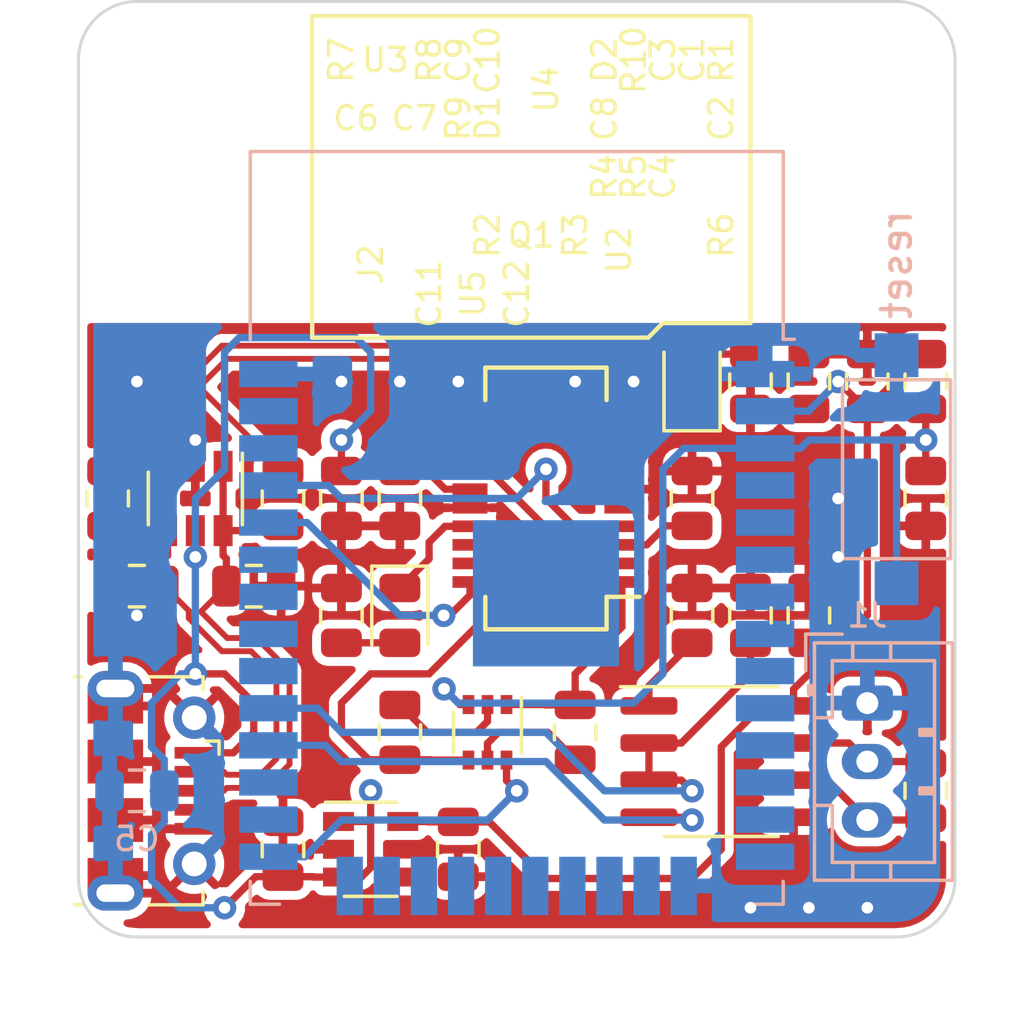
<source format=kicad_pcb>
(kicad_pcb (version 20190516) (host pcbnew "(5.1.0-1195-g1548dcfe8)")
  (layers (0 "F.Cu" signal) (31 "B.Cu" signal) (34 "B.Paste" user) (35 "F.Paste" user) (36 "B.SilkS" user) (37 "F.SilkS" user) (38 "B.Mask" user) (39 "F.Mask" user) (44 "Edge.Cuts" user))
  (net 0 "")
  (net 1 "GND")
  (net 2 "+3V3")
  (net 3 "/~RESET~")
  (net 4 "VBUS")
  (net 5 "/485+")
  (net 6 "/485-")
  (net 7 "/MODE")
  (net 8 "Net-(Q1-Pad2)")
  (net 9 "Net-(Q1-Pad5)")
  (net 10 "/DE")
  (net 11 "Net-(U1-Pad37)")
  (net 12 "Net-(U1-Pad36)")
  (net 13 "/U0TXD0")
  (net 14 "/U0RXD0")
  (net 15 "Net-(U1-Pad33)")
  (net 16 "Net-(U1-Pad32)")
  (net 17 "Net-(U1-Pad31)")
  (net 18 "Net-(U1-Pad30)")
  (net 19 "/U2TXD")
  (net 20 "Net-(U1-Pad27)")
  (net 21 "Net-(U1-Pad26)")
  (net 22 "Net-(U1-Pad24)")
  (net 23 "Net-(U1-Pad23)")
  (net 24 "Net-(U1-Pad22)")
  (net 25 "Net-(U1-Pad21)")
  (net 26 "Net-(U1-Pad20)")
  (net 27 "Net-(U1-Pad19)")
  (net 28 "Net-(U1-Pad18)")
  (net 29 "Net-(U1-Pad17)")
  (net 30 "Net-(U1-Pad16)")
  (net 31 "Net-(U1-Pad14)")
  (net 32 "Net-(U1-Pad13)")
  (net 33 "Net-(U1-Pad12)")
  (net 34 "Net-(U1-Pad11)")
  (net 35 "Net-(U1-Pad10)")
  (net 36 "Net-(U1-Pad9)")
  (net 37 "Net-(U1-Pad8)")
  (net 38 "Net-(U1-Pad7)")
  (net 39 "Net-(U1-Pad6)")
  (net 40 "Net-(U1-Pad5)")
  (net 41 "Net-(U1-Pad4)")
  (net 42 "/~RTS~")
  (net 43 "/~DTR~")
  (net 44 "Net-(D1-Pad2)")
  (net 45 "Net-(D2-Pad2)")
  (net 46 "/~SLEEP~")
  (net 47 "/~TXDEN~")
  (net 48 "/FT231XS/~RXLED~")
  (net 49 "Net-(C8-Pad1)")
  (net 50 "/FT231XS/~TXLED~")
  (net 51 "/~CTS~")
  (net 52 "/~DCD~")
  (net 53 "/~DSR~")
  (net 54 "/~RI~")
  (net 55 "/FT231XS/D-")
  (net 56 "/FT231XS/D+")
  (net 57 "Net-(J2-Pad4)")
  (net 58 "Net-(R4-Pad1)")
  (net 59 "/FT231XS/USBD_N")
  (net 60 "/FT231XS/USBD_P")
  (net 61 "Net-(U5-Pad4)")
  (module "Package_TO_SOT_SMD:SOT-23-5" (layer "F.Cu") (at 122 135)
    (fp_text reference "U5" (at 3.5 -19 90) (layer "F.SilkS") (effects (font (size 0.8 0.8) (thickness 0.12))))
    (fp_text value "AP2112K-3.3")
    (pad "5" smd rect (at 1.1 -0.95) (size 1.06 0.65) (layers "F.Cu" "F.Paste" "F.Mask") (net 2 "+3V3"))
    (pad "4" smd rect (at 1.1 0.95) (size 1.06 0.65) (layers "F.Cu" "F.Paste" "F.Mask") (net 61 "Net-(U5-Pad4)"))
    (pad "3" smd rect (at -1.1 0.95) (size 1.06 0.65) (layers "F.Cu" "F.Paste" "F.Mask") (net 4 "VBUS"))
    (pad "2" smd rect (at -1.1 0) (size 1.06 0.65) (layers "F.Cu" "F.Paste" "F.Mask") (net 1 "GND"))
    (pad "1" smd rect (at -1.1 -0.95) (size 1.06 0.65) (layers "F.Cu" "F.Paste" "F.Mask") (net 4 "VBUS"))
  )
  (module "Capacitor_SMD:C_0805_2012Metric" (layer "F.Cu") (at 125 135 90)
    (fp_text reference "C12" (at 19 2 90) (layer "F.SilkS") (effects (font (size 0.8 0.8) (thickness 0.12))))
    (fp_text value "1u")
    (pad "2" smd roundrect (at 0.9375 0 90) (size 0.975 1.4) (layers "F.Cu" "F.Paste" "F.Mask") (net 2 "+3V3"))
    (pad "1" smd roundrect (at -0.9375 0 90) (size 0.975 1.4) (layers "F.Cu" "F.Paste" "F.Mask") (net 1 "GND"))
  )
  (module "Capacitor_SMD:C_0805_2012Metric" (layer "F.Cu") (at 119 135 270)
    (fp_text reference "C11" (at -19 -5 90) (layer "F.SilkS") (effects (font (size 0.8 0.8) (thickness 0.12))))
    (fp_text value "1u")
    (pad "2" smd roundrect (at 0.9375 0 270) (size 0.975 1.4) (layers "F.Cu" "F.Paste" "F.Mask") (net 4 "VBUS"))
    (pad "1" smd roundrect (at -0.9375 0 270) (size 0.975 1.4) (layers "F.Cu" "F.Paste" "F.Mask") (net 1 "GND"))
  )
  (module "MountingHole:MountingHole_3.2mm_M3" (layer "F.Cu") (at 138 110)
    (fp_text reference "H2" hide)
    (fp_text value "MountingHole")
    (pad "1" np_thru_hole circle (at 0 0) (size 3.2 3.2) (drill 3.2) (layers *.Cu *.Mask))
  )
  (module "MountingHole:MountingHole_3.2mm_M3" (layer "F.Cu") (at 116 110)
    (fp_text reference "H1" hide)
    (fp_text value "MountingHole")
    (pad "1" np_thru_hole circle (at 0 0) (size 3.2 3.2) (drill 3.2) (layers *.Cu *.Mask))
  )
  (module "Connector_JST:JST_PH_B3B-PH-K_1x03_P2.00mm_Vertical" (layer "B.Cu") (at 139 130 270)
    (fp_text reference "J1" (at -3 0) (layer "B.SilkS") (effects (font (size 0.8 0.8) (thickness 0.12)) (justify mirror)))
    (fp_text value "XLR3")
    (pad "3" thru_hole oval (at 4 0 270) (size 1.2 1.75) (drill 0.75) (layers *.Cu *.Mask) (net 5 "/485+"))
    (pad "2" thru_hole oval (at 2 0 270) (size 1.2 1.75) (drill 0.75) (layers *.Cu *.Mask) (net 6 "/485-"))
    (pad "1" thru_hole roundrect (at 0 0 270) (size 1.2 1.75) (drill 0.75) (layers *.Cu *.Mask) (roundrect_rratio 0.208333) (net 1 "GND"))
  )
  (module "Connector_USB:USB_Micro-B_Molex-105017-0001" (layer "F.Cu") (at 114.5 133 270)
    (fp_text reference "J2" (at -18 -7.5 90) (layer "F.SilkS") (effects (font (size 0.8 0.8) (thickness 0.12))))
    (fp_text value "USB_B_Micro")
    (pad "6" smd rect (at -2.9 1.2375 270) (size 1.2 1.9) (layers "F.Cu" "F.Mask") (net 1 "GND"))
    (pad "6" smd rect (at 2.9 1.2375 270) (size 1.2 1.9) (layers "F.Cu" "F.Mask") (net 1 "GND"))
    (pad "6" thru_hole oval (at 3.5 1.2375 270) (size 1.2 1.9) (drill oval 0.6 1.3) (layers *.Cu *.Mask) (net 1 "GND"))
    (pad "6" thru_hole oval (at -3.5 1.2375 90) (size 1.2 1.9) (drill oval 0.6 1.3) (layers *.Cu *.Mask) (net 1 "GND"))
    (pad "6" smd rect (at -1 1.2375 270) (size 1.5 1.9) (layers "F.Cu" "F.Paste" "F.Mask") (net 1 "GND"))
    (pad "6" thru_hole circle (at 2.5 -1.4625 270) (size 1.45 1.45) (drill 0.85) (layers *.Cu *.Mask) (net 1 "GND"))
    (pad "3" smd rect (at 0 -1.4625 270) (size 0.4 1.35) (layers "F.Cu" "F.Paste" "F.Mask") (net 56 "/FT231XS/D+"))
    (pad "4" smd rect (at 0.65 -1.4625 270) (size 0.4 1.35) (layers "F.Cu" "F.Paste" "F.Mask") (net 57 "Net-(J2-Pad4)"))
    (pad "5" smd rect (at 1.3 -1.4625 270) (size 0.4 1.35) (layers "F.Cu" "F.Paste" "F.Mask") (net 1 "GND"))
    (pad "1" smd rect (at -1.3 -1.4625 270) (size 0.4 1.35) (layers "F.Cu" "F.Paste" "F.Mask") (net 4 "VBUS"))
    (pad "2" smd rect (at -0.65 -1.4625 270) (size 0.4 1.35) (layers "F.Cu" "F.Paste" "F.Mask") (net 55 "/FT231XS/D-"))
    (pad "6" thru_hole circle (at -2.5 -1.4625 270) (size 1.45 1.45) (drill 0.85) (layers *.Cu *.Mask) (net 1 "GND"))
    (pad "6" smd rect (at 1 1.2375 270) (size 1.5 1.9) (layers "F.Cu" "F.Paste" "F.Mask") (net 1 "GND"))
  )
  (module "Package_SO:SSOP-20_3.9x8.7mm_P0.635mm" (layer "F.Cu") (at 128 123 180)
    (fp_text reference "U4" (at 0 14 90) (layer "F.SilkS") (effects (font (size 0.8 0.8) (thickness 0.12))))
    (fp_text value "FT231XS")
    (pad "20" smd rect (at 2.6 -2.8575 180) (size 1.2 0.4) (layers "F.Cu" "F.Paste" "F.Mask") (net 14 "/U0RXD0"))
    (pad "19" smd rect (at 2.6 -2.2225 180) (size 1.2 0.4) (layers "F.Cu" "F.Paste" "F.Mask") (net 46 "/~SLEEP~"))
    (pad "18" smd rect (at 2.6 -1.5875 180) (size 1.2 0.4) (layers "F.Cu" "F.Paste" "F.Mask") (net 47 "/~TXDEN~"))
    (pad "17" smd rect (at 2.6 -0.9525 180) (size 1.2 0.4) (layers "F.Cu" "F.Paste" "F.Mask") (net 48 "/FT231XS/~RXLED~"))
    (pad "16" smd rect (at 2.6 -0.3175 180) (size 1.2 0.4) (layers "F.Cu" "F.Paste" "F.Mask") (net 1 "GND"))
    (pad "15" smd rect (at 2.6 0.3175 180) (size 1.2 0.4) (layers "F.Cu" "F.Paste" "F.Mask") (net 4 "VBUS"))
    (pad "14" smd rect (at 2.6 0.9525 180) (size 1.2 0.4) (layers "F.Cu" "F.Paste" "F.Mask") (net 49 "Net-(C8-Pad1)"))
    (pad "13" smd rect (at 2.6 1.5875 180) (size 1.2 0.4) (layers "F.Cu" "F.Paste" "F.Mask") (net 49 "Net-(C8-Pad1)"))
    (pad "12" smd rect (at 2.6 2.2225 180) (size 1.2 0.4) (layers "F.Cu" "F.Paste" "F.Mask") (net 59 "/FT231XS/USBD_N"))
    (pad "11" smd rect (at 2.6 2.8575 180) (size 1.2 0.4) (layers "F.Cu" "F.Paste" "F.Mask") (net 60 "/FT231XS/USBD_P"))
    (pad "10" smd rect (at -2.6 2.8575 180) (size 1.2 0.4) (layers "F.Cu" "F.Paste" "F.Mask") (net 50 "/FT231XS/~TXLED~"))
    (pad "9" smd rect (at -2.6 2.2225 180) (size 1.2 0.4) (layers "F.Cu" "F.Paste" "F.Mask") (net 51 "/~CTS~"))
    (pad "8" smd rect (at -2.6 1.5875 180) (size 1.2 0.4) (layers "F.Cu" "F.Paste" "F.Mask") (net 52 "/~DCD~"))
    (pad "7" smd rect (at -2.6 0.9525 180) (size 1.2 0.4) (layers "F.Cu" "F.Paste" "F.Mask") (net 53 "/~DSR~"))
    (pad "6" smd rect (at -2.6 0.3175 180) (size 1.2 0.4) (layers "F.Cu" "F.Paste" "F.Mask") (net 1 "GND"))
    (pad "5" smd rect (at -2.6 -0.3175 180) (size 1.2 0.4) (layers "F.Cu" "F.Paste" "F.Mask") (net 54 "/~RI~"))
    (pad "4" smd rect (at -2.6 -0.9525 180) (size 1.2 0.4) (layers "F.Cu" "F.Paste" "F.Mask") (net 13 "/U0TXD0"))
    (pad "3" smd rect (at -2.6 -1.5875 180) (size 1.2 0.4) (layers "F.Cu" "F.Paste" "F.Mask") (net 49 "Net-(C8-Pad1)"))
    (pad "2" smd rect (at -2.6 -2.2225 180) (size 1.2 0.4) (layers "F.Cu" "F.Paste" "F.Mask") (net 42 "/~RTS~"))
    (pad "1" smd rect (at -2.6 -2.8575 180) (size 1.2 0.4) (layers "F.Cu" "F.Paste" "F.Mask") (net 43 "/~DTR~"))
  )
  (module "Package_TO_SOT_SMD:SOT-23-6" (layer "F.Cu") (at 116 123 270)
    (fp_text reference "U3" (at -15 -6.5) (layer "F.SilkS") (effects (font (size 0.8 0.8) (thickness 0.12))))
    (fp_text value "USBLC6-2SC6")
    (pad "5" smd rect (at 1.1 0 270) (size 1.06 0.65) (layers "F.Cu" "F.Paste" "F.Mask") (net 4 "VBUS"))
    (pad "6" smd rect (at 1.1 -0.95 270) (size 1.06 0.65) (layers "F.Cu" "F.Paste" "F.Mask") (net 56 "/FT231XS/D+"))
    (pad "4" smd rect (at 1.1 0.95 270) (size 1.06 0.65) (layers "F.Cu" "F.Paste" "F.Mask") (net 55 "/FT231XS/D-"))
    (pad "3" smd rect (at -1.1 0.95 270) (size 1.06 0.65) (layers "F.Cu" "F.Paste" "F.Mask") (net 55 "/FT231XS/D-"))
    (pad "2" smd rect (at -1.1 0 270) (size 1.06 0.65) (layers "F.Cu" "F.Paste" "F.Mask") (net 1 "GND"))
    (pad "1" smd rect (at -1.1 -0.95 270) (size 1.06 0.65) (layers "F.Cu" "F.Paste" "F.Mask") (net 56 "/FT231XS/D+"))
  )
  (module "Package_SO:SOIC-8_3.9x4.9mm_P1.27mm" (layer "F.Cu") (at 134 132)
    (fp_text reference "U2" (at -3.5 -17.5 90) (layer "F.SilkS") (effects (font (size 0.8 0.8) (thickness 0.12))))
    (fp_text value "MAX3072E")
    (pad "8" smd roundrect (at 2.475 -1.905) (size 1.95 0.6) (layers "F.Cu" "F.Paste" "F.Mask") (net 2 "+3V3"))
    (pad "7" smd roundrect (at 2.475 -0.635) (size 1.95 0.6) (layers "F.Cu" "F.Paste" "F.Mask") (net 6 "/485-"))
    (pad "6" smd roundrect (at 2.475 0.635) (size 1.95 0.6) (layers "F.Cu" "F.Paste" "F.Mask") (net 5 "/485+"))
    (pad "5" smd roundrect (at 2.475 1.905) (size 1.95 0.6) (layers "F.Cu" "F.Paste" "F.Mask") (net 1 "GND"))
    (pad "4" smd roundrect (at -2.475 1.905) (size 1.95 0.6) (layers "F.Cu" "F.Paste" "F.Mask") (net 19 "/U2TXD"))
    (pad "3" smd roundrect (at -2.475 0.635) (size 1.95 0.6) (layers "F.Cu" "F.Paste" "F.Mask") (net 10 "/DE"))
    (pad "2" smd roundrect (at -2.475 -0.635) (size 1.95 0.6) (layers "F.Cu" "F.Paste" "F.Mask") (net 10 "/DE"))
    (pad "1" smd roundrect (at -2.475 -1.905) (size 1.95 0.6) (layers "F.Cu" "F.Paste" "F.Mask") (net 58 "Net-(R4-Pad1)"))
  )
  (module "RF_Module:ESP32-WROOM-32" (layer "B.Cu") (at 127 127 180)
    (fp_text reference "U1" hide)
    (fp_text value "ESP32-WROOM-32")
    (pad "38" smd rect (at 8.5 8.255 180) (size 2 0.9) (layers "B.Cu" "B.Paste" "B.Mask") (net 1 "GND"))
    (pad "37" smd rect (at 8.5 6.985 180) (size 2 0.9) (layers "B.Cu" "B.Paste" "B.Mask") (net 11 "Net-(U1-Pad37)"))
    (pad "36" smd rect (at 8.5 5.715 180) (size 2 0.9) (layers "B.Cu" "B.Paste" "B.Mask") (net 12 "Net-(U1-Pad36)"))
    (pad "35" smd rect (at 8.5 4.445 180) (size 2 0.9) (layers "B.Cu" "B.Paste" "B.Mask") (net 13 "/U0TXD0"))
    (pad "34" smd rect (at 8.5 3.175 180) (size 2 0.9) (layers "B.Cu" "B.Paste" "B.Mask") (net 14 "/U0RXD0"))
    (pad "33" smd rect (at 8.5 1.905 180) (size 2 0.9) (layers "B.Cu" "B.Paste" "B.Mask") (net 15 "Net-(U1-Pad33)"))
    (pad "32" smd rect (at 8.5 0.635 180) (size 2 0.9) (layers "B.Cu" "B.Paste" "B.Mask") (net 16 "Net-(U1-Pad32)"))
    (pad "31" smd rect (at 8.5 -0.635 180) (size 2 0.9) (layers "B.Cu" "B.Paste" "B.Mask") (net 17 "Net-(U1-Pad31)"))
    (pad "30" smd rect (at 8.5 -1.905 180) (size 2 0.9) (layers "B.Cu" "B.Paste" "B.Mask") (net 18 "Net-(U1-Pad30)"))
    (pad "29" smd rect (at 8.5 -3.175 180) (size 2 0.9) (layers "B.Cu" "B.Paste" "B.Mask") (net 10 "/DE"))
    (pad "28" smd rect (at 8.5 -4.445 180) (size 2 0.9) (layers "B.Cu" "B.Paste" "B.Mask") (net 19 "/U2TXD"))
    (pad "27" smd rect (at 8.5 -5.715 180) (size 2 0.9) (layers "B.Cu" "B.Paste" "B.Mask") (net 20 "Net-(U1-Pad27)"))
    (pad "26" smd rect (at 8.5 -6.985 180) (size 2 0.9) (layers "B.Cu" "B.Paste" "B.Mask") (net 21 "Net-(U1-Pad26)"))
    (pad "25" smd rect (at 8.5 -8.255 180) (size 2 0.9) (layers "B.Cu" "B.Paste" "B.Mask") (net 7 "/MODE"))
    (pad "24" smd rect (at 5.715 -9.255 90) (size 2 0.9) (layers "B.Cu" "B.Paste" "B.Mask") (net 22 "Net-(U1-Pad24)"))
    (pad "23" smd rect (at 4.445 -9.255 90) (size 2 0.9) (layers "B.Cu" "B.Paste" "B.Mask") (net 23 "Net-(U1-Pad23)"))
    (pad "22" smd rect (at 3.175 -9.255 90) (size 2 0.9) (layers "B.Cu" "B.Paste" "B.Mask") (net 24 "Net-(U1-Pad22)"))
    (pad "21" smd rect (at 1.905 -9.255 90) (size 2 0.9) (layers "B.Cu" "B.Paste" "B.Mask") (net 25 "Net-(U1-Pad21)"))
    (pad "20" smd rect (at 0.635 -9.255 90) (size 2 0.9) (layers "B.Cu" "B.Paste" "B.Mask") (net 26 "Net-(U1-Pad20)"))
    (pad "19" smd rect (at -0.635 -9.255 90) (size 2 0.9) (layers "B.Cu" "B.Paste" "B.Mask") (net 27 "Net-(U1-Pad19)"))
    (pad "18" smd rect (at -1.905 -9.255 90) (size 2 0.9) (layers "B.Cu" "B.Paste" "B.Mask") (net 28 "Net-(U1-Pad18)"))
    (pad "17" smd rect (at -3.175 -9.255 90) (size 2 0.9) (layers "B.Cu" "B.Paste" "B.Mask") (net 29 "Net-(U1-Pad17)"))
    (pad "16" smd rect (at -4.445 -9.255 90) (size 2 0.9) (layers "B.Cu" "B.Paste" "B.Mask") (net 30 "Net-(U1-Pad16)"))
    (pad "15" smd rect (at -5.715 -9.255 90) (size 2 0.9) (layers "B.Cu" "B.Paste" "B.Mask") (net 1 "GND"))
    (pad "14" smd rect (at -8.5 -8.255 180) (size 2 0.9) (layers "B.Cu" "B.Paste" "B.Mask") (net 31 "Net-(U1-Pad14)"))
    (pad "13" smd rect (at -8.5 -6.985 180) (size 2 0.9) (layers "B.Cu" "B.Paste" "B.Mask") (net 32 "Net-(U1-Pad13)"))
    (pad "12" smd rect (at -8.5 -5.715 180) (size 2 0.9) (layers "B.Cu" "B.Paste" "B.Mask") (net 33 "Net-(U1-Pad12)"))
    (pad "11" smd rect (at -8.5 -4.445 180) (size 2 0.9) (layers "B.Cu" "B.Paste" "B.Mask") (net 34 "Net-(U1-Pad11)"))
    (pad "10" smd rect (at -8.5 -3.175 180) (size 2 0.9) (layers "B.Cu" "B.Paste" "B.Mask") (net 35 "Net-(U1-Pad10)"))
    (pad "9" smd rect (at -8.5 -1.905 180) (size 2 0.9) (layers "B.Cu" "B.Paste" "B.Mask") (net 36 "Net-(U1-Pad9)"))
    (pad "8" smd rect (at -8.5 -0.635 180) (size 2 0.9) (layers "B.Cu" "B.Paste" "B.Mask") (net 37 "Net-(U1-Pad8)"))
    (pad "7" smd rect (at -8.5 0.635 180) (size 2 0.9) (layers "B.Cu" "B.Paste" "B.Mask") (net 38 "Net-(U1-Pad7)"))
    (pad "6" smd rect (at -8.5 1.905 180) (size 2 0.9) (layers "B.Cu" "B.Paste" "B.Mask") (net 39 "Net-(U1-Pad6)"))
    (pad "5" smd rect (at -8.5 3.175 180) (size 2 0.9) (layers "B.Cu" "B.Paste" "B.Mask") (net 40 "Net-(U1-Pad5)"))
    (pad "4" smd rect (at -8.5 4.445 180) (size 2 0.9) (layers "B.Cu" "B.Paste" "B.Mask") (net 41 "Net-(U1-Pad4)"))
    (pad "3" smd rect (at -8.5 5.715 180) (size 2 0.9) (layers "B.Cu" "B.Paste" "B.Mask") (net 3 "/~RESET~"))
    (pad "2" smd rect (at -8.5 6.985 180) (size 2 0.9) (layers "B.Cu" "B.Paste" "B.Mask") (net 2 "+3V3"))
    (pad "1" smd rect (at -8.5 8.255 180) (size 2 0.9) (layers "B.Cu" "B.Paste" "B.Mask") (net 1 "GND"))
    (pad "39" smd rect (at -1 0.755 180) (size 5 5) (layers "B.Cu" "B.Paste" "B.Mask"))
  )
  (module "Button_Switch_SMD:SW_SPST_CK_RS282G05A3" (layer "B.Cu") (at 140 122 270)
    (fp_text reference "SW1" hide)
    (fp_text value "reset")
    (pad "2" smd rect (at 3.9 0 270) (size 1.5 1.5) (layers "B.Cu" "B.Paste" "B.Mask") (net 3 "/~RESET~"))
    (pad "1" smd rect (at -3.9 0 270) (size 1.5 1.5) (layers "B.Cu" "B.Paste" "B.Mask") (net 1 "GND"))
  )
  (module "Resistor_SMD:R_0805_2012Metric" (layer "F.Cu") (at 135 119 90)
    (fp_text reference "R10" (at 11 -4 90) (layer "F.SilkS") (effects (font (size 0.8 0.8) (thickness 0.12))))
    (fp_text value "R")
    (pad "2" smd roundrect (at 0.9375 0 90) (size 0.975 1.4) (layers "F.Cu" "F.Paste" "F.Mask") (net 45 "Net-(D2-Pad2)"))
    (pad "1" smd roundrect (at -0.9375 0 90) (size 0.975 1.4) (layers "F.Cu" "F.Paste" "F.Mask") (net 1 "GND"))
  )
  (module "Resistor_SMD:R_0805_2012Metric" (layer "F.Cu") (at 121 127 270)
    (fp_text reference "R9" (at -17 -4 90) (layer "F.SilkS") (effects (font (size 0.8 0.8) (thickness 0.12))))
    (fp_text value "R")
    (pad "2" smd roundrect (at 0.9375 0 270) (size 0.975 1.4) (layers "F.Cu" "F.Paste" "F.Mask") (net 44 "Net-(D1-Pad2)"))
    (pad "1" smd roundrect (at -0.9375 0 270) (size 0.975 1.4) (layers "F.Cu" "F.Paste" "F.Mask") (net 1 "GND"))
  )
  (module "Resistor_SMD:R_0805_2012Metric" (layer "F.Cu") (at 119 123 270)
    (fp_text reference "R8" (at -15 -5 90) (layer "F.SilkS") (effects (font (size 0.8 0.8) (thickness 0.12))))
    (fp_text value "27")
    (pad "2" smd roundrect (at 0.9375 0 270) (size 0.975 1.4) (layers "F.Cu" "F.Paste" "F.Mask") (net 56 "/FT231XS/D+"))
    (pad "1" smd roundrect (at -0.9375 0 270) (size 0.975 1.4) (layers "F.Cu" "F.Paste" "F.Mask") (net 60 "/FT231XS/USBD_P"))
  )
  (module "Resistor_SMD:R_0805_2012Metric" (layer "F.Cu") (at 113 123 270)
    (fp_text reference "R7" (at -15 -8 90) (layer "F.SilkS") (effects (font (size 0.8 0.8) (thickness 0.12))))
    (fp_text value "27")
    (pad "2" smd roundrect (at 0.9375 0 270) (size 0.975 1.4) (layers "F.Cu" "F.Paste" "F.Mask") (net 55 "/FT231XS/D-"))
    (pad "1" smd roundrect (at -0.9375 0 270) (size 0.975 1.4) (layers "F.Cu" "F.Paste" "F.Mask") (net 59 "/FT231XS/USBD_N"))
  )
  (module "Resistor_SMD:R_0805_2012Metric" (layer "F.Cu") (at 141 133 270)
    (fp_text reference "R6" (at -19 7 90) (layer "F.SilkS") (effects (font (size 0.8 0.8) (thickness 0.12))))
    (fp_text value "120")
    (pad "2" smd roundrect (at 0.9375 0 270) (size 0.975 1.4) (layers "F.Cu" "F.Paste" "F.Mask") (net 5 "/485+"))
    (pad "1" smd roundrect (at -0.9375 0 270) (size 0.975 1.4) (layers "F.Cu" "F.Paste" "F.Mask") (net 6 "/485-"))
  )
  (module "Resistor_SMD:R_0805_2012Metric" (layer "F.Cu") (at 135 127 90)
    (fp_text reference "R5" (at 15 -4 90) (layer "F.SilkS") (effects (font (size 0.8 0.8) (thickness 0.12))))
    (fp_text value "R")
    (pad "2" smd roundrect (at 0.9375 0 90) (size 0.975 1.4) (layers "F.Cu" "F.Paste" "F.Mask") (net 1 "GND"))
    (pad "1" smd roundrect (at -0.9375 0 90) (size 0.975 1.4) (layers "F.Cu" "F.Paste" "F.Mask") (net 10 "/DE"))
  )
  (module "Resistor_SMD:R_0805_2012Metric" (layer "F.Cu") (at 133 127 90)
    (fp_text reference "R4" (at 15 -3 90) (layer "F.SilkS") (effects (font (size 0.8 0.8) (thickness 0.12))))
    (fp_text value "R")
    (pad "2" smd roundrect (at 0.9375 0 90) (size 0.975 1.4) (layers "F.Cu" "F.Paste" "F.Mask") (net 1 "GND"))
    (pad "1" smd roundrect (at -0.9375 0 90) (size 0.975 1.4) (layers "F.Cu" "F.Paste" "F.Mask") (net 58 "Net-(R4-Pad1)"))
  )
  (module "Resistor_SMD:R_0805_2012Metric" (layer "F.Cu") (at 129 131 90)
    (fp_text reference "R3" (at 17 0 90) (layer "F.SilkS") (effects (font (size 0.8 0.8) (thickness 0.12))))
    (fp_text value "10k")
    (pad "2" smd roundrect (at 0.9375 0 90) (size 0.975 1.4) (layers "F.Cu" "F.Paste" "F.Mask") (net 43 "/~DTR~"))
    (pad "1" smd roundrect (at -0.9375 0 90) (size 0.975 1.4) (layers "F.Cu" "F.Paste" "F.Mask") (net 9 "Net-(Q1-Pad5)"))
  )
  (module "Resistor_SMD:R_0805_2012Metric" (layer "F.Cu") (at 123 131 270)
    (fp_text reference "R2" (at -17 -3 90) (layer "F.SilkS") (effects (font (size 0.8 0.8) (thickness 0.12))))
    (fp_text value "10k")
    (pad "2" smd roundrect (at 0.9375 0 270) (size 0.975 1.4) (layers "F.Cu" "F.Paste" "F.Mask") (net 42 "/~RTS~"))
    (pad "1" smd roundrect (at -0.9375 0 270) (size 0.975 1.4) (layers "F.Cu" "F.Paste" "F.Mask") (net 8 "Net-(Q1-Pad2)"))
  )
  (module "Resistor_SMD:R_0805_2012Metric" (layer "F.Cu") (at 141 119 90)
    (fp_text reference "R1" (at 11 -7 90) (layer "F.SilkS") (effects (font (size 0.8 0.8) (thickness 0.12))))
    (fp_text value "10k")
    (pad "2" smd roundrect (at 0.9375 0 90) (size 0.975 1.4) (layers "F.Cu" "F.Paste" "F.Mask") (net 2 "+3V3"))
    (pad "1" smd roundrect (at -0.9375 0 90) (size 0.975 1.4) (layers "F.Cu" "F.Paste" "F.Mask") (net 3 "/~RESET~"))
  )
  (module "Package_TO_SOT_SMD:SOT-363_SC-70-6" (layer "F.Cu") (at 126 131 270)
    (fp_text reference "Q1" (at -17 -1.5) (layer "F.SilkS") (effects (font (size 0.8 0.8) (thickness 0.12))))
    (fp_text value "FDG1024NZ")
    (pad "6" smd rect (at 0.95 -0.65 270) (size 0.65 0.4) (layers "F.Cu" "F.Paste" "F.Mask") (net 7 "/MODE"))
    (pad "4" smd rect (at 0.95 0.65 270) (size 0.65 0.4) (layers "F.Cu" "F.Paste" "F.Mask") (net 42 "/~RTS~"))
    (pad "2" smd rect (at -0.95 0 270) (size 0.65 0.4) (layers "F.Cu" "F.Paste" "F.Mask") (net 8 "Net-(Q1-Pad2)"))
    (pad "5" smd rect (at 0.95 0 270) (size 0.65 0.4) (layers "F.Cu" "F.Paste" "F.Mask") (net 9 "Net-(Q1-Pad5)"))
    (pad "3" smd rect (at -0.95 0.65 270) (size 0.65 0.4) (layers "F.Cu" "F.Paste" "F.Mask") (net 3 "/~RESET~"))
    (pad "1" smd rect (at -0.95 -0.65 270) (size 0.65 0.4) (layers "F.Cu" "F.Paste" "F.Mask") (net 43 "/~DTR~"))
  )
  (module "LED_SMD:LED_0805_2012Metric" (layer "F.Cu") (at 133 119 90)
    (fp_text reference "D2" (at 11 -3 90) (layer "F.SilkS") (effects (font (size 0.8 0.8) (thickness 0.12))))
    (fp_text value "teal")
    (pad "2" smd roundrect (at 0.9375 0 90) (size 0.975 1.4) (layers "F.Cu" "F.Paste" "F.Mask") (net 45 "Net-(D2-Pad2)"))
    (pad "1" smd roundrect (at -0.9375 0 90) (size 0.975 1.4) (layers "F.Cu" "F.Paste" "F.Mask") (net 50 "/FT231XS/~TXLED~"))
  )
  (module "LED_SMD:LED_0805_2012Metric" (layer "F.Cu") (at 123 127 270)
    (fp_text reference "D1" (at -17 -3 90) (layer "F.SilkS") (effects (font (size 0.8 0.8) (thickness 0.12))))
    (fp_text value "red")
    (pad "2" smd roundrect (at 0.9375 0 270) (size 0.975 1.4) (layers "F.Cu" "F.Paste" "F.Mask") (net 44 "Net-(D1-Pad2)"))
    (pad "1" smd roundrect (at -0.9375 0 270) (size 0.975 1.4) (layers "F.Cu" "F.Paste" "F.Mask") (net 48 "/FT231XS/~RXLED~"))
  )
  (module "Capacitor_SMD:C_0805_2012Metric" (layer "F.Cu") (at 123 123 270)
    (fp_text reference "C10" (at -15 -3 90) (layer "F.SilkS") (effects (font (size 0.8 0.8) (thickness 0.12))))
    (fp_text value "4.7u")
    (pad "2" smd roundrect (at 0.9375 0 270) (size 0.975 1.4) (layers "F.Cu" "F.Paste" "F.Mask") (net 1 "GND"))
    (pad "1" smd roundrect (at -0.9375 0 270) (size 0.975 1.4) (layers "F.Cu" "F.Paste" "F.Mask") (net 4 "VBUS"))
  )
  (module "Capacitor_SMD:C_0805_2012Metric" (layer "F.Cu") (at 121 123 270)
    (fp_text reference "C9" (at -15 -4 90) (layer "F.SilkS") (effects (font (size 0.8 0.8) (thickness 0.12))))
    (fp_text value "100nF")
    (pad "2" smd roundrect (at 0.9375 0 270) (size 0.975 1.4) (layers "F.Cu" "F.Paste" "F.Mask") (net 1 "GND"))
    (pad "1" smd roundrect (at -0.9375 0 270) (size 0.975 1.4) (layers "F.Cu" "F.Paste" "F.Mask") (net 4 "VBUS"))
  )
  (module "Capacitor_SMD:C_0805_2012Metric" (layer "F.Cu") (at 133 123 90)
    (fp_text reference "C8" (at 13 -3 90) (layer "F.SilkS") (effects (font (size 0.8 0.8) (thickness 0.12))))
    (fp_text value "100nF")
    (pad "2" smd roundrect (at 0.9375 0 90) (size 0.975 1.4) (layers "F.Cu" "F.Paste" "F.Mask") (net 1 "GND"))
    (pad "1" smd roundrect (at -0.9375 0 90) (size 0.975 1.4) (layers "F.Cu" "F.Paste" "F.Mask") (net 49 "Net-(C8-Pad1)"))
  )
  (module "Capacitor_SMD:C_0805_2012Metric" (layer "F.Cu") (at 118 126)
    (fp_text reference "C7" (at 5.5 -16 180) (layer "F.SilkS") (effects (font (size 0.8 0.8) (thickness 0.12))))
    (fp_text value "47p")
    (pad "2" smd roundrect (at 0.9375 0) (size 0.975 1.4) (layers "F.Cu" "F.Paste" "F.Mask") (net 1 "GND"))
    (pad "1" smd roundrect (at -0.9375 0) (size 0.975 1.4) (layers "F.Cu" "F.Paste" "F.Mask") (net 56 "/FT231XS/D+"))
  )
  (module "Capacitor_SMD:C_0805_2012Metric" (layer "F.Cu") (at 114 126 180)
    (fp_text reference "C6" (at -7.5 16 180) (layer "F.SilkS") (effects (font (size 0.8 0.8) (thickness 0.12))))
    (fp_text value "47p")
    (pad "2" smd roundrect (at 0.9375 0 180) (size 0.975 1.4) (layers "F.Cu" "F.Paste" "F.Mask") (net 1 "GND"))
    (pad "1" smd roundrect (at -0.9375 0 180) (size 0.975 1.4) (layers "F.Cu" "F.Paste" "F.Mask") (net 55 "/FT231XS/D-"))
  )
  (module "Capacitor_SMD:C_0805_2012Metric" (layer "B.Cu") (at 114 133)
    (fp_text reference "C5" (at 0 1.65) (layer "B.SilkS") (effects (font (size 0.8 0.8) (thickness 0.12)) (justify mirror)))
    (fp_text value "10nF")
    (pad "2" smd roundrect (at 0.9375 0) (size 0.975 1.4) (layers "B.Cu" "B.Paste" "B.Mask") (net 4 "VBUS"))
    (pad "1" smd roundrect (at -0.9375 0) (size 0.975 1.4) (layers "B.Cu" "B.Paste" "B.Mask") (net 1 "GND"))
  )
  (module "Capacitor_SMD:C_0805_2012Metric" (layer "F.Cu") (at 137 127 90)
    (fp_text reference "C4" (at 15 -5 90) (layer "F.SilkS") (effects (font (size 0.8 0.8) (thickness 0.12))))
    (fp_text value "C")
    (pad "2" smd roundrect (at 0.9375 0 90) (size 0.975 1.4) (layers "F.Cu" "F.Paste" "F.Mask") (net 1 "GND"))
    (pad "1" smd roundrect (at -0.9375 0 90) (size 0.975 1.4) (layers "F.Cu" "F.Paste" "F.Mask") (net 2 "+3V3"))
  )
  (module "Capacitor_SMD:C_0805_2012Metric" (layer "F.Cu") (at 137 119 270)
    (fp_text reference "C3" (at -11 5 90) (layer "F.SilkS") (effects (font (size 0.8 0.8) (thickness 0.12))))
    (fp_text value "100n")
    (pad "2" smd roundrect (at 0.9375 0 270) (size 0.975 1.4) (layers "F.Cu" "F.Paste" "F.Mask") (net 2 "+3V3"))
    (pad "1" smd roundrect (at -0.9375 0 270) (size 0.975 1.4) (layers "F.Cu" "F.Paste" "F.Mask") (net 1 "GND"))
  )
  (module "Capacitor_SMD:C_0805_2012Metric" (layer "F.Cu") (at 141 123 90)
    (fp_text reference "C2" (at 13 -7 90) (layer "F.SilkS") (effects (font (size 0.8 0.8) (thickness 0.12))))
    (fp_text value "100n")
    (pad "2" smd roundrect (at 0.9375 0 90) (size 0.975 1.4) (layers "F.Cu" "F.Paste" "F.Mask") (net 3 "/~RESET~"))
    (pad "1" smd roundrect (at -0.9375 0 90) (size 0.975 1.4) (layers "F.Cu" "F.Paste" "F.Mask") (net 1 "GND"))
  )
  (module "Capacitor_SMD:C_0805_2012Metric" (layer "F.Cu") (at 139 119 90)
    (fp_text reference "C1" (at 11 -6 90) (layer "F.SilkS") (effects (font (size 0.8 0.8) (thickness 0.12))))
    (fp_text value "1u")
    (pad "2" smd roundrect (at 0.9375 0 90) (size 0.975 1.4) (layers "F.Cu" "F.Paste" "F.Mask") (net 1 "GND"))
    (pad "1" smd roundrect (at -0.9375 0 90) (size 0.975 1.4) (layers "F.Cu" "F.Paste" "F.Mask") (net 2 "+3V3"))
  )
  (gr_text "reset" (at 140 115 90) (layer "B.SilkS") (effects (font (size 1 1)) (justify mirror)))
  (gr_line (start 132 117) (end 135 117) (layer "F.SilkS") (width 0.15))
  (gr_line (start 131.5 117.5) (end 132 117) (layer "F.SilkS") (width 0.15))
  (gr_line (start 120 117.5) (end 131.5 117.5) (layer "F.SilkS") (width 0.15))
  (gr_line (start 135 117) (end 135 106.5) (layer "F.SilkS") (width 0.15))
  (gr_line (start 135 106.5) (end 120 106.5) (layer "F.SilkS") (width 0.15))
  (gr_line (start 120 106.5) (end 120 117.5) (layer "F.SilkS") (width 0.15))
  (gr_arc (start 140 136) (end 140 138) (angle -90) (layer "Edge.Cuts") (width 0.1))
  (gr_arc (start 114 136) (end 112 136) (angle -90) (layer "Edge.Cuts") (width 0.1))
  (gr_arc (start 140 108) (end 142 108) (angle -90) (layer "Edge.Cuts") (width 0.1))
  (gr_line (start 142 136) (end 142 108) (layer "Edge.Cuts") (width 0.1))
  (gr_line (start 140 106) (end 114 106) (layer "Edge.Cuts") (width 0.1))
  (gr_line (start 114 138) (end 140 138) (layer "Edge.Cuts") (width 0.1))
  (gr_line (start 112 108) (end 112 136) (layer "Edge.Cuts") (width 0.1))
  (gr_arc (start 114 108) (end 114 106) (angle -90) (layer "Edge.Cuts") (width 0.1))
  (segment (start 133 134) (end 130 134) (width 0.25) (layer "B.Cu") (net 19))
  (segment (start 130 134) (end 128 132) (width 0.25) (layer "B.Cu") (net 19))
  (segment (start 128 132) (end 121 132) (width 0.25) (layer "B.Cu") (net 19))
  (segment (start 131.525 133.905) (end 132.905 133.905) (width 0.25) (layer "F.Cu") (net 19))
  (segment (start 120.445 131.445) (end 118.5 131.445) (width 0.25) (layer "B.Cu") (net 19))
  (via (at 133 134) (size 0.8) (drill 0.4) (layers "F.Cu" "B.Cu") (net 19))
  (segment (start 132.905 133.905) (end 133 134) (width 0.25) (layer "F.Cu") (net 19))
  (segment (start 121 132) (end 120.445 131.445) (width 0.25) (layer "B.Cu") (net 19))
  (via (at 138 125) (size 0.8) (drill 0.4) (layers "F.Cu" "B.Cu") (net 1))
  (via (at 138 123) (size 0.8) (drill 0.4) (layers "F.Cu" "B.Cu") (net 1))
  (via (at 114 127) (size 0.8) (drill 0.4) (layers "F.Cu" "B.Cu") (net 1))
  (via (at 114 119) (size 0.8) (drill 0.4) (layers "F.Cu" "B.Cu") (net 1))
  (segment (start 117 122) (end 117 118) (width 0.25) (layer "B.Cu") (net 4))
  (segment (start 121.5 117.5) (end 122 118) (width 0.25) (layer "B.Cu") (net 4))
  (segment (start 122 118) (end 122 120) (width 0.25) (layer "B.Cu") (net 4))
  (segment (start 117 118) (end 117.5 117.5) (width 0.25) (layer "B.Cu") (net 4))
  (segment (start 116 125) (end 116 123) (width 0.25) (layer "B.Cu") (net 4))
  (segment (start 116 123) (end 117 122) (width 0.25) (layer "B.Cu") (net 4))
  (segment (start 122 120) (end 121 121) (width 0.25) (layer "B.Cu") (net 4))
  (segment (start 117.5 117.5) (end 121.5 117.5) (width 0.25) (layer "B.Cu") (net 4))
  (segment (start 121 122.0625) (end 121 121) (width 0.25) (layer "F.Cu") (net 4))
  (via (at 121 121) (size 0.8) (drill 0.4) (layers "F.Cu" "B.Cu") (net 4))
  (segment (start 134 135) (end 134 131.495) (width 0.25) (layer "F.Cu") (net 2))
  (segment (start 125 134.0625) (end 126.0625 134.0625) (width 0.25) (layer "F.Cu") (net 2))
  (segment (start 135.4 130.095) (end 136.475 130.095) (width 0.25) (layer "F.Cu") (net 2))
  (segment (start 133 136) (end 134 135) (width 0.25) (layer "F.Cu") (net 2))
  (segment (start 128 136) (end 133 136) (width 0.25) (layer "F.Cu") (net 2))
  (segment (start 126.0625 134.0625) (end 128 136) (width 0.25) (layer "F.Cu") (net 2))
  (segment (start 134 131.495) (end 135.4 130.095) (width 0.25) (layer "F.Cu") (net 2))
  (segment (start 138.0625 127.9375) (end 139 127) (width 0.25) (layer "F.Cu") (net 2))
  (segment (start 137 127.9375) (end 138.0625 127.9375) (width 0.25) (layer "F.Cu") (net 2))
  (segment (start 139 119.9375) (end 139 127) (width 0.25) (layer "F.Cu") (net 2))
  (via (at 131 119) (size 0.8) (drill 0.4) (layers "F.Cu" "B.Cu") (net 1))
  (via (at 129 119) (size 0.8) (drill 0.4) (layers "F.Cu" "B.Cu") (net 1))
  (via (at 125 119) (size 0.8) (drill 0.4) (layers "F.Cu" "B.Cu") (net 1))
  (via (at 123 119) (size 0.8) (drill 0.4) (layers "F.Cu" "B.Cu") (net 1))
  (via (at 121 119) (size 0.8) (drill 0.4) (layers "F.Cu" "B.Cu") (net 1))
  (segment (start 123 127.9375) (end 121 127.9375) (width 0.25) (layer "F.Cu") (net 44))
  (segment (start 116.225 119.2875) (end 119 122.0625) (width 0.2) (layer "F.Cu") (net 60))
  (segment (start 116.225 119.0932) (end 116.225 119.2875) (width 0.2) (layer "F.Cu") (net 60))
  (segment (start 115.775 118.9068) (end 115.775 119.2875) (width 0.2) (layer "F.Cu") (net 59))
  (segment (start 115.775 119.2875) (end 113 122.0625) (width 0.2) (layer "F.Cu") (net 59))
  (segment (start 126.392501 120.685) (end 126.6332 120.685) (width 0.2) (layer "F.Cu") (net 59))
  (segment (start 125.4 120.7775) (end 126.300001 120.7775) (width 0.2) (layer "F.Cu") (net 59))
  (segment (start 117.0932 118.225) (end 116.225 119.0932) (width 0.2) (layer "F.Cu") (net 60))
  (segment (start 126.0932 117.775) (end 116.9068 117.775) (width 0.2) (layer "F.Cu") (net 59))
  (segment (start 125.9068 118.225) (end 117.0932 118.225) (width 0.2) (layer "F.Cu") (net 60))
  (segment (start 126.775 119.9068) (end 126.775 119.0932) (width 0.2) (layer "F.Cu") (net 60))
  (segment (start 126.6332 120.685) (end 127.225 120.0932) (width 0.2) (layer "F.Cu") (net 59))
  (segment (start 126.775 119.0932) (end 125.9068 118.225) (width 0.2) (layer "F.Cu") (net 60))
  (segment (start 126.300001 120.1425) (end 126.392501 120.235) (width 0.2) (layer "F.Cu") (net 60))
  (segment (start 126.300001 120.7775) (end 126.392501 120.685) (width 0.2) (layer "F.Cu") (net 59))
  (segment (start 126.392501 120.235) (end 126.4468 120.235) (width 0.2) (layer "F.Cu") (net 60))
  (segment (start 126.4468 120.235) (end 126.775 119.9068) (width 0.2) (layer "F.Cu") (net 60))
  (segment (start 125.4 120.1425) (end 126.300001 120.1425) (width 0.2) (layer "F.Cu") (net 60))
  (segment (start 127.225 120.0932) (end 127.225 118.9068) (width 0.2) (layer "F.Cu") (net 59))
  (segment (start 127.225 118.9068) (end 126.0932 117.775) (width 0.2) (layer "F.Cu") (net 59))
  (segment (start 116.9068 117.775) (end 115.775 118.9068) (width 0.2) (layer "F.Cu") (net 59))
  (segment (start 116 121.9) (end 116 121) (width 0.25) (layer "F.Cu") (net 1))
  (via (at 116 121) (size 0.8) (drill 0.4) (layers "F.Cu" "B.Cu") (net 1))
  (via (at 139 137) (size 0.8) (drill 0.4) (layers "F.Cu" "B.Cu") (net 1))
  (via (at 137 137) (size 0.8) (drill 0.4) (layers "F.Cu" "B.Cu") (net 1))
  (via (at 135 137) (size 0.8) (drill 0.4) (layers "F.Cu" "B.Cu") (net 1))
  (segment (start 123 127) (end 119.825 123.825) (width 0.25) (layer "B.Cu") (net 14))
  (segment (start 119.825 123.825) (end 118.5 123.825) (width 0.25) (layer "B.Cu") (net 14))
  (segment (start 124.5 127) (end 123 127) (width 0.25) (layer "B.Cu") (net 14))
  (segment (start 121 123) (end 120.555 122.555) (width 0.25) (layer "B.Cu") (net 13))
  (segment (start 120.555 122.555) (end 118.5 122.555) (width 0.25) (layer "B.Cu") (net 13))
  (segment (start 127 123) (end 121 123) (width 0.25) (layer "B.Cu") (net 13))
  (segment (start 128 122) (end 127 123) (width 0.25) (layer "B.Cu") (net 13))
  (segment (start 128.9525 123.9525) (end 128 123) (width 0.25) (layer "F.Cu") (net 13))
  (segment (start 130.6 123.9525) (end 128.9525 123.9525) (width 0.25) (layer "F.Cu") (net 13))
  (segment (start 128 123) (end 128 122) (width 0.25) (layer "F.Cu") (net 13))
  (via (at 128 122) (size 0.8) (drill 0.4) (layers "F.Cu" "B.Cu") (net 13))
  (segment (start 126.0475 122.0475) (end 128.5875 124.5875) (width 0.25) (layer "F.Cu") (net 49))
  (segment (start 125.4 122.0475) (end 126.0475 122.0475) (width 0.25) (layer "F.Cu") (net 49))
  (segment (start 128.5875 124.5875) (end 129.75 124.5875) (width 0.25) (layer "F.Cu") (net 49))
  (segment (start 129.75 124.5875) (end 130.6 124.5875) (width 0.25) (layer "F.Cu") (net 49))
  (segment (start 124.512653 129.512653) (end 125 130) (width 0.25) (layer "B.Cu") (net 3))
  (segment (start 125.05 130.05) (end 124.512653 129.512653) (width 0.25) (layer "F.Cu") (net 3))
  (segment (start 125.35 130.05) (end 125.05 130.05) (width 0.25) (layer "F.Cu") (net 3))
  (via (at 124.512653 129.512653) (size 0.8) (drill 0.4) (layers "F.Cu" "B.Cu") (net 3))
  (segment (start 122 129) (end 121 130) (width 0.25) (layer "F.Cu") (net 42))
  (segment (start 121.9375 131.9375) (end 123 131.9375) (width 0.25) (layer "F.Cu") (net 42))
  (segment (start 124 129) (end 122 129) (width 0.25) (layer "F.Cu") (net 42))
  (segment (start 130.6 125.2225) (end 127.7775 125.2225) (width 0.25) (layer "F.Cu") (net 42))
  (segment (start 127.7775 125.2225) (end 124 129) (width 0.25) (layer "F.Cu") (net 42))
  (segment (start 121 130) (end 121 131) (width 0.25) (layer "F.Cu") (net 42))
  (segment (start 121 131) (end 121.9375 131.9375) (width 0.25) (layer "F.Cu") (net 42))
  (segment (start 130 133) (end 128 131) (width 0.25) (layer "B.Cu") (net 10))
  (segment (start 133 133) (end 130 133) (width 0.25) (layer "B.Cu") (net 10))
  (segment (start 128 131) (end 121 131) (width 0.25) (layer "B.Cu") (net 10))
  (segment (start 121 131) (end 120.175 130.175) (width 0.25) (layer "B.Cu") (net 10))
  (segment (start 120.175 130.175) (end 118.5 130.175) (width 0.25) (layer "B.Cu") (net 10))
  (segment (start 132.635 132.635) (end 133 133) (width 0.25) (layer "F.Cu") (net 10))
  (segment (start 131.525 132.635) (end 132.635 132.635) (width 0.25) (layer "F.Cu") (net 10))
  (via (at 133 133) (size 0.8) (drill 0.4) (layers "F.Cu" "B.Cu") (net 10))
  (segment (start 132.635 131.365) (end 135 129) (width 0.25) (layer "F.Cu") (net 10))
  (segment (start 131.525 132.635) (end 131.525 132.525) (width 0.25) (layer "F.Cu") (net 10))
  (segment (start 131.525 131.365) (end 131.525 132.525) (width 0.25) (layer "F.Cu") (net 10))
  (segment (start 136.475 129.525) (end 137 129) (width 0.25) (layer "F.Cu") (net 2))
  (segment (start 137 129) (end 137 127.9375) (width 0.25) (layer "F.Cu") (net 2))
  (segment (start 136.475 130.095) (end 136.475 129.525) (width 0.25) (layer "F.Cu") (net 2))
  (segment (start 131.525 131.365) (end 132.635 131.365) (width 0.25) (layer "F.Cu") (net 10))
  (segment (start 135 129) (end 135 127.9375) (width 0.25) (layer "F.Cu") (net 10))
  (segment (start 131.525 130.095) (end 131.525 129.4125) (width 0.25) (layer "F.Cu") (net 58))
  (segment (start 131.525 129.4125) (end 133 127.9375) (width 0.25) (layer "F.Cu") (net 58))
  (segment (start 132 122) (end 132.715 121.285) (width 0.25) (layer "B.Cu") (net 3))
  (segment (start 132.715 121.285) (end 135.5 121.285) (width 0.25) (layer "B.Cu") (net 3))
  (segment (start 132 129) (end 132 122) (width 0.25) (layer "B.Cu") (net 3))
  (segment (start 131 130) (end 132 129) (width 0.25) (layer "B.Cu") (net 3))
  (segment (start 125 130) (end 131 130) (width 0.25) (layer "B.Cu") (net 3))
  (segment (start 120 135) (end 120 135.005) (width 0.25) (layer "B.Cu") (net 7))
  (segment (start 120 135.005) (end 119.75 135.255) (width 0.25) (layer "B.Cu") (net 7))
  (segment (start 119.75 135.255) (end 118.5 135.255) (width 0.25) (layer "B.Cu") (net 7))
  (segment (start 121 134) (end 120 135) (width 0.25) (layer "B.Cu") (net 7))
  (segment (start 126 134) (end 121 134) (width 0.25) (layer "B.Cu") (net 7))
  (segment (start 127 133) (end 126 134) (width 0.25) (layer "B.Cu") (net 7))
  (segment (start 126.65 132.65) (end 127 133) (width 0.25) (layer "F.Cu") (net 7))
  (via (at 127 133) (size 0.8) (drill 0.4) (layers "F.Cu" "B.Cu") (net 7))
  (segment (start 126.65 131.95) (end 126.65 132.65) (width 0.25) (layer "F.Cu") (net 7))
  (segment (start 130.6 127.4) (end 129 129) (width 0.25) (layer "F.Cu") (net 43))
  (segment (start 129 129) (end 129 130.0625) (width 0.25) (layer "F.Cu") (net 43))
  (segment (start 130.6 125.8575) (end 130.6 127.4) (width 0.25) (layer "F.Cu") (net 43))
  (segment (start 127.95 130.05) (end 127.9625 130.0625) (width 0.25) (layer "F.Cu") (net 43))
  (segment (start 127.9625 130.0625) (end 129 130.0625) (width 0.25) (layer "F.Cu") (net 43))
  (segment (start 126.65 130.05) (end 127.95 130.05) (width 0.25) (layer "F.Cu") (net 43))
  (segment (start 124.05 131.95) (end 124.0375 131.9375) (width 0.25) (layer "F.Cu") (net 42))
  (segment (start 124.0375 131.9375) (end 123 131.9375) (width 0.25) (layer "F.Cu") (net 42))
  (segment (start 125.35 131.95) (end 124.05 131.95) (width 0.25) (layer "F.Cu") (net 42))
  (segment (start 125.625 131) (end 123.9375 131) (width 0.25) (layer "F.Cu") (net 8))
  (segment (start 123.9375 131) (end 123 130.0625) (width 0.25) (layer "F.Cu") (net 8))
  (segment (start 126 130.05) (end 126 130.625) (width 0.25) (layer "F.Cu") (net 8))
  (segment (start 126 130.625) (end 125.625 131) (width 0.25) (layer "F.Cu") (net 8))
  (segment (start 126.375 131) (end 128.0625 131) (width 0.25) (layer "F.Cu") (net 9))
  (segment (start 128.0625 131) (end 129 131.9375) (width 0.25) (layer "F.Cu") (net 9))
  (segment (start 126 131.95) (end 126 131.375) (width 0.25) (layer "F.Cu") (net 9))
  (segment (start 126 131.375) (end 126.375 131) (width 0.25) (layer "F.Cu") (net 9))
  (segment (start 131.8575 120.1425) (end 132.0625 119.9375) (width 0.25) (layer "F.Cu") (net 50))
  (segment (start 132.0625 119.9375) (end 133 119.9375) (width 0.25) (layer "F.Cu") (net 50))
  (segment (start 130.6 120.1425) (end 131.8575 120.1425) (width 0.25) (layer "F.Cu") (net 50))
  (segment (start 131.45 124.5875) (end 132.1 123.9375) (width 0.25) (layer "F.Cu") (net 49))
  (segment (start 130.6 124.5875) (end 131.45 124.5875) (width 0.25) (layer "F.Cu") (net 49))
  (segment (start 132.1 123.9375) (end 133 123.9375) (width 0.25) (layer "F.Cu") (net 49))
  (via (at 124.5 127) (size 0.8) (drill 0.4) (layers "F.Cu" "B.Cu") (net 14))
  (segment (start 124.7075 127) (end 124.5 127) (width 0.25) (layer "F.Cu") (net 14))
  (segment (start 125.4 125.8575) (end 125.4 126.3075) (width 0.25) (layer "F.Cu") (net 14))
  (segment (start 125.4 126.3075) (end 124.7075 127) (width 0.25) (layer "F.Cu") (net 14))
  (segment (start 124.5475 123.9525) (end 124 124.5) (width 0.25) (layer "F.Cu") (net 48))
  (segment (start 125.4 123.9525) (end 124.5475 123.9525) (width 0.25) (layer "F.Cu") (net 48))
  (segment (start 124 124.5) (end 124 125.0625) (width 0.25) (layer "F.Cu") (net 48))
  (segment (start 124 125.0625) (end 123 126.0625) (width 0.25) (layer "F.Cu") (net 48))
  (segment (start 125.4 122.0475) (end 125.4 121.4125) (width 0.25) (layer "F.Cu") (net 49))
  (segment (start 123 122.0625) (end 121 122.0625) (width 0.25) (layer "F.Cu") (net 4))
  (segment (start 124.55 122.6825) (end 123.93 122.0625) (width 0.25) (layer "F.Cu") (net 4))
  (segment (start 123.93 122.0625) (end 123 122.0625) (width 0.25) (layer "F.Cu") (net 4))
  (segment (start 125.4 122.6825) (end 124.55 122.6825) (width 0.25) (layer "F.Cu") (net 4))
  (segment (start 116 129) (end 116 125) (width 0.25) (layer "B.Cu") (net 4))
  (segment (start 117.9 124.1) (end 118.0625 123.9375) (width 0.25) (layer "F.Cu") (net 56))
  (segment (start 118.0625 123.9375) (end 119 123.9375) (width 0.25) (layer "F.Cu") (net 56))
  (segment (start 116.95 124.1) (end 117.9 124.1) (width 0.25) (layer "F.Cu") (net 56))
  (segment (start 114.1 124.1) (end 113.9375 123.9375) (width 0.25) (layer "F.Cu") (net 55))
  (segment (start 113.9375 123.9375) (end 113 123.9375) (width 0.25) (layer "F.Cu") (net 55))
  (segment (start 115.05 124.1) (end 114.1 124.1) (width 0.25) (layer "F.Cu") (net 55))
  (segment (start 118.0932 127.775) (end 119.225 128.9068) (width 0.2) (layer "F.Cu") (net 56))
  (segment (start 116.9068 128.225) (end 117.9068 128.225) (width 0.2) (layer "F.Cu") (net 55))
  (segment (start 117.0932 127.775) (end 118.0932 127.775) (width 0.2) (layer "F.Cu") (net 56))
  (segment (start 117.9068 128.225) (end 118.775 129.0932) (width 0.2) (layer "F.Cu") (net 55))
  (segment (start 116.225 126.9068) (end 117.0932 127.775) (width 0.2) (layer "F.Cu") (net 56))
  (segment (start 115.775 127.0932) (end 116.9068 128.225) (width 0.2) (layer "F.Cu") (net 55))
  (segment (start 116.225 126.8375) (end 116.225 126.9068) (width 0.2) (layer "F.Cu") (net 56))
  (segment (start 117.0625 126) (end 116.225 126.8375) (width 0.2) (layer "F.Cu") (net 56))
  (segment (start 114.9375 126) (end 115.775 126.8375) (width 0.2) (layer "F.Cu") (net 55))
  (segment (start 115.775 126.8375) (end 115.775 127.0932) (width 0.2) (layer "F.Cu") (net 55))
  (segment (start 118.775 131.9068) (end 118.775 129.0932) (width 0.2) (layer "F.Cu") (net 55))
  (segment (start 118.2318 132.45) (end 118.775 131.9068) (width 0.2) (layer "F.Cu") (net 55))
  (segment (start 118.4182 132.9) (end 119.225 132.0932) (width 0.2) (layer "F.Cu") (net 56))
  (segment (start 119.225 132.0932) (end 119.225 128.9068) (width 0.2) (layer "F.Cu") (net 56))
  (segment (start 117.075001 132.9) (end 118.4182 132.9) (width 0.2) (layer "F.Cu") (net 56))
  (segment (start 116.975001 132.35) (end 117.075001 132.45) (width 0.2) (layer "F.Cu") (net 55))
  (segment (start 116.975001 133) (end 117.075001 132.9) (width 0.2) (layer "F.Cu") (net 56))
  (segment (start 115.9625 133) (end 116.975001 133) (width 0.2) (layer "F.Cu") (net 56))
  (segment (start 117.075001 132.45) (end 118.2318 132.45) (width 0.2) (layer "F.Cu") (net 55))
  (segment (start 115.9625 132.35) (end 116.975001 132.35) (width 0.2) (layer "F.Cu") (net 55))
  (segment (start 116.95 124.95) (end 117.0625 125.0625) (width 0.25) (layer "F.Cu") (net 56))
  (segment (start 117.0625 125.0625) (end 117.0625 126) (width 0.25) (layer "F.Cu") (net 56))
  (segment (start 116.95 124.1) (end 116.95 124.95) (width 0.25) (layer "F.Cu") (net 56))
  (segment (start 115.05 124.95) (end 114.9375 125.0625) (width 0.25) (layer "F.Cu") (net 55))
  (segment (start 114.9375 125.0625) (end 114.9375 126) (width 0.25) (layer "F.Cu") (net 55))
  (segment (start 115.05 124.1) (end 115.05 124.95) (width 0.25) (layer "F.Cu") (net 55))
  (segment (start 115.05 121.9) (end 115.05 124.1) (width 0.25) (layer "F.Cu") (net 55))
  (segment (start 116.95 121.9) (end 116.95 124.1) (width 0.25) (layer "F.Cu") (net 56))
  (segment (start 122 134) (end 122 133) (width 0.25) (layer "F.Cu") (net 4))
  (segment (start 122 134.37) (end 122 134) (width 0.25) (layer "F.Cu") (net 4))
  (segment (start 121.95 134.05) (end 122 134) (width 0.25) (layer "F.Cu") (net 4))
  (segment (start 120.9 134.05) (end 121.95 134.05) (width 0.25) (layer "F.Cu") (net 4))
  (via (at 122 133) (size 0.8) (drill 0.4) (layers "F.Cu" "B.Cu") (net 4))
  (segment (start 116 124.1) (end 116 125) (width 0.25) (layer "F.Cu") (net 4))
  (via (at 116 125) (size 0.8) (drill 0.4) (layers "F.Cu" "B.Cu") (net 4))
  (segment (start 119 135.9375) (end 118.0625 135.9375) (width 0.25) (layer "F.Cu") (net 4))
  (segment (start 118.0625 135.9375) (end 117 137) (width 0.25) (layer "F.Cu") (net 4))
  (segment (start 137 121) (end 136.715 121.285) (width 0.25) (layer "B.Cu") (net 3))
  (segment (start 136.715 121.285) (end 135.5 121.285) (width 0.25) (layer "B.Cu") (net 3))
  (segment (start 140 121) (end 137 121) (width 0.25) (layer "B.Cu") (net 3))
  (segment (start 123.95 134.05) (end 123.9625 134.0625) (width 0.25) (layer "F.Cu") (net 2))
  (segment (start 123.9625 134.0625) (end 125 134.0625) (width 0.25) (layer "F.Cu") (net 2))
  (segment (start 123.1 134.05) (end 123.95 134.05) (width 0.25) (layer "F.Cu") (net 2))
  (segment (start 120.9 135.95) (end 121.68 135.95) (width 0.25) (layer "F.Cu") (net 4))
  (segment (start 121.68 135.95) (end 122 135.63) (width 0.25) (layer "F.Cu") (net 4))
  (segment (start 122 135.63) (end 122 134.37) (width 0.25) (layer "F.Cu") (net 4))
  (segment (start 120.05 135.95) (end 120.0375 135.9375) (width 0.25) (layer "F.Cu") (net 4))
  (segment (start 120.0375 135.9375) (end 119 135.9375) (width 0.25) (layer "F.Cu") (net 4))
  (segment (start 120.9 135.95) (end 120.05 135.95) (width 0.25) (layer "F.Cu") (net 4))
  (segment (start 117.3 131.7) (end 118 131) (width 0.25) (layer "F.Cu") (net 4))
  (segment (start 115.9625 131.7) (end 117.3 131.7) (width 0.25) (layer "F.Cu") (net 4))
  (segment (start 118 131) (end 118 130) (width 0.25) (layer "F.Cu") (net 4))
  (segment (start 118 130) (end 117 129) (width 0.25) (layer "F.Cu") (net 4))
  (segment (start 117 129) (end 116 129) (width 0.25) (layer "F.Cu") (net 4))
  (segment (start 115.454249 137) (end 114.5 136.045751) (width 0.25) (layer "B.Cu") (net 4))
  (segment (start 117 137) (end 115.454249 137) (width 0.25) (layer "B.Cu") (net 4))
  (segment (start 114.5 136.045751) (end 114.5 134.5) (width 0.25) (layer "B.Cu") (net 4))
  (segment (start 114.5 134.5) (end 114.9375 134.0625) (width 0.25) (layer "B.Cu") (net 4))
  (segment (start 114.9375 134.0625) (end 114.9375 133) (width 0.25) (layer "B.Cu") (net 4))
  (segment (start 115.5 129) (end 114.5 130) (width 0.25) (layer "B.Cu") (net 4))
  (segment (start 116 129) (end 115.5 129) (width 0.25) (layer "B.Cu") (net 4))
  (segment (start 114.5 130) (end 114.5 131.5) (width 0.25) (layer "B.Cu") (net 4))
  (segment (start 114.5 131.5) (end 114.9375 131.9375) (width 0.25) (layer "B.Cu") (net 4))
  (segment (start 114.9375 131.9375) (end 114.9375 133) (width 0.25) (layer "B.Cu") (net 4))
  (via (at 116 129) (size 0.8) (drill 0.4) (layers "F.Cu" "B.Cu") (net 4))
  (via (at 117 137) (size 0.8) (drill 0.4) (layers "F.Cu" "B.Cu") (net 4))
  (segment (start 137 119.9375) (end 137.0625 119.9375) (width 0.25) (layer "F.Cu") (net 2))
  (segment (start 137.0625 119.9375) (end 138 119) (width 0.25) (layer "F.Cu") (net 2))
  (segment (start 139 134) (end 140.9375 134) (width 0.25) (layer "F.Cu") (net 5))
  (segment (start 140.9375 134) (end 141 133.9375) (width 0.25) (layer "F.Cu") (net 5))
  (segment (start 139 132) (end 140.9375 132) (width 0.25) (layer "F.Cu") (net 6))
  (segment (start 140.9375 132) (end 141 132.0625) (width 0.25) (layer "F.Cu") (net 6))
  (segment (start 136.475 131.365) (end 138.365 131.365) (width 0.25) (layer "F.Cu") (net 6))
  (segment (start 138.365 131.365) (end 139 132) (width 0.25) (layer "F.Cu") (net 6))
  (segment (start 136.475 132.635) (end 137.635 132.635) (width 0.25) (layer "F.Cu") (net 5))
  (segment (start 137.635 132.635) (end 139 134) (width 0.25) (layer "F.Cu") (net 5))
  (segment (start 140 125.9) (end 140 121) (width 0.25) (layer "B.Cu") (net 3))
  (segment (start 141 121) (end 140 121) (width 0.25) (layer "B.Cu") (net 3))
  (segment (start 138 119) (end 136.985 120.015) (width 0.25) (layer "B.Cu") (net 2))
  (segment (start 136.985 120.015) (end 135.5 120.015) (width 0.25) (layer "B.Cu") (net 2))
  (segment (start 138.9375 119.9375) (end 138 119) (width 0.25) (layer "F.Cu") (net 2))
  (segment (start 139 119.9375) (end 138.9375 119.9375) (width 0.25) (layer "F.Cu") (net 2))
  (via (at 138 119) (size 0.8) (drill 0.4) (layers "F.Cu" "B.Cu") (net 2))
  (segment (start 139.9375 119) (end 140.0625 119) (width 0.25) (layer "F.Cu") (net 2))
  (segment (start 139 119.9375) (end 139.9375 119) (width 0.25) (layer "F.Cu") (net 2))
  (segment (start 140.0625 119) (end 141 118.0625) (width 0.25) (layer "F.Cu") (net 2))
  (segment (start 135 118.0625) (end 133 118.0625) (width 0.25) (layer "F.Cu") (net 45))
  (via (at 141 121) (size 0.8) (drill 0.4) (layers "F.Cu" "B.Cu") (net 3))
  (segment (start 141 122.0625) (end 141 121) (width 0.25) (layer "F.Cu") (net 3))
  (segment (start 141 121) (end 141 119.9375) (width 0.25) (layer "F.Cu") (net 3))
  (zone (net 1) (net_name "GND") (layer "F.Cu") (connect_pads (clearance 0.3)) (min_thickness 0.254) (fill yes (thermal_gap 0.3) (thermal_bridge_width 0.3))
    (polygon (pts (xy 110 117) (xy 110 139) (xy 144 139) (xy 144 117)))
  )
  (zone (net 1) (net_name "GND") (layer "B.Cu") (connect_pads (clearance 0.508)) (min_thickness 0.254) (fill yes (thermal_gap 0.508) (thermal_bridge_width 0.508))
    (polygon (pts (xy 111 117) (xy 111 141) (xy 143 141) (xy 143 117)))
  )
)
</source>
